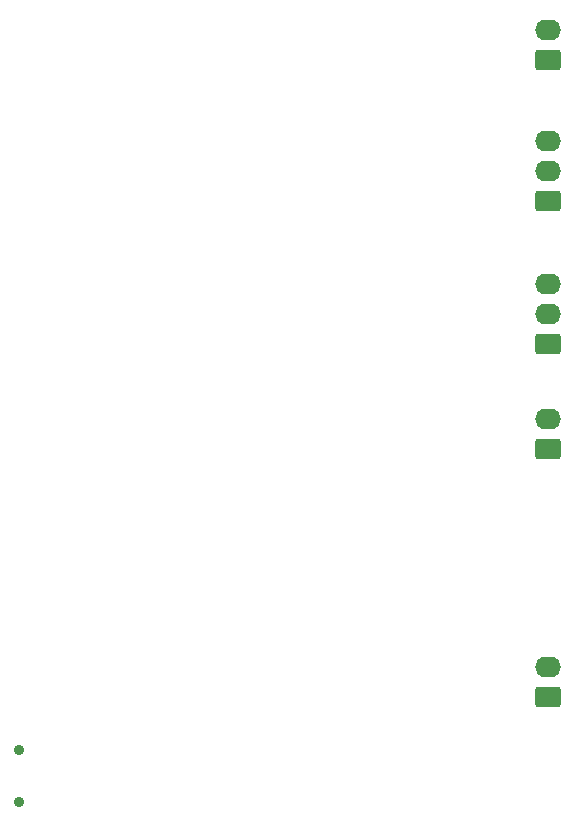
<source format=gbr>
%TF.GenerationSoftware,KiCad,Pcbnew,8.0.6*%
%TF.CreationDate,2025-03-25T19:38:50+01:00*%
%TF.ProjectId,TocBoatReceiver,546f6342-6f61-4745-9265-636569766572,rev?*%
%TF.SameCoordinates,Original*%
%TF.FileFunction,Soldermask,Bot*%
%TF.FilePolarity,Negative*%
%FSLAX46Y46*%
G04 Gerber Fmt 4.6, Leading zero omitted, Abs format (unit mm)*
G04 Created by KiCad (PCBNEW 8.0.6) date 2025-03-25 19:38:50*
%MOMM*%
%LPD*%
G01*
G04 APERTURE LIST*
G04 Aperture macros list*
%AMRoundRect*
0 Rectangle with rounded corners*
0 $1 Rounding radius*
0 $2 $3 $4 $5 $6 $7 $8 $9 X,Y pos of 4 corners*
0 Add a 4 corners polygon primitive as box body*
4,1,4,$2,$3,$4,$5,$6,$7,$8,$9,$2,$3,0*
0 Add four circle primitives for the rounded corners*
1,1,$1+$1,$2,$3*
1,1,$1+$1,$4,$5*
1,1,$1+$1,$6,$7*
1,1,$1+$1,$8,$9*
0 Add four rect primitives between the rounded corners*
20,1,$1+$1,$2,$3,$4,$5,0*
20,1,$1+$1,$4,$5,$6,$7,0*
20,1,$1+$1,$6,$7,$8,$9,0*
20,1,$1+$1,$8,$9,$2,$3,0*%
G04 Aperture macros list end*
%ADD10RoundRect,0.250000X0.845000X-0.620000X0.845000X0.620000X-0.845000X0.620000X-0.845000X-0.620000X0*%
%ADD11O,2.190000X1.740000*%
%ADD12C,0.900000*%
G04 APERTURE END LIST*
D10*
%TO.C,J6*%
X182000000Y-85620000D03*
D11*
X182000000Y-83080000D03*
X182000000Y-80540000D03*
%TD*%
D10*
%TO.C,J7*%
X182000000Y-73540000D03*
D11*
X182000000Y-71000000D03*
X182000000Y-68460000D03*
%TD*%
D12*
%TO.C,J2*%
X137200000Y-120000000D03*
X137200000Y-124400000D03*
%TD*%
D10*
%TO.C,J3*%
X182000000Y-115540000D03*
D11*
X182000000Y-113000000D03*
%TD*%
D10*
%TO.C,J4*%
X182000000Y-94540000D03*
D11*
X182000000Y-92000000D03*
%TD*%
D10*
%TO.C,J5*%
X182000000Y-61540000D03*
D11*
X182000000Y-59000000D03*
%TD*%
M02*

</source>
